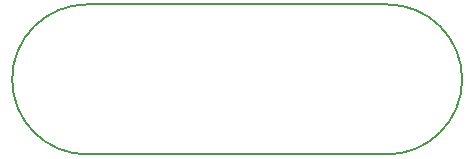
<source format=gbr>
G04 DipTrace 3.3.1.3*
G04 BoardOutline.gbr*
%MOIN*%
G04 #@! TF.FileFunction,Profile*
G04 #@! TF.Part,Single*
%ADD11C,0.005512*%
%FSLAX26Y26*%
G04*
G70*
G90*
G75*
G01*
G04 BoardOutline*
%LPD*%
X643700Y393700D2*
D11*
X1643700D1*
G03X1893700Y643700I-4J250004D01*
G01*
G03X1643700Y893700I-250002J-2D01*
G01*
X643700D1*
G03X393700Y643700I-1J-249999D01*
G01*
G03X643700Y393700I250002J2D01*
G01*
M02*

</source>
